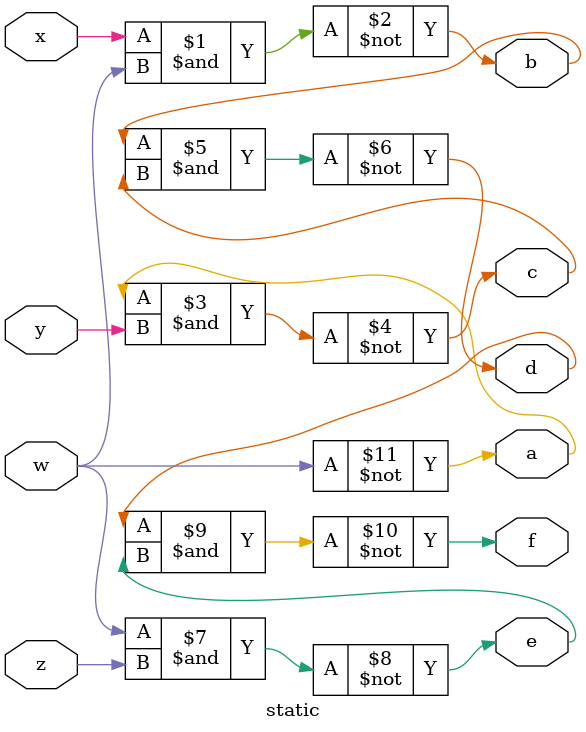
<source format=v>
`timescale 1ns / 1ps


module static(input x, y, w, z, output a, b, c, d ,e, f);

    not #(1) n1(a, w);
    nand #(1) g1(b, x, w);
    nand #(1) g2(c, a, y);
    nand #(1) g3(d, b, c);
    nand #(1) g4(e, w, z);
    nand #(1) g5(f, d, e);
    
endmodule

</source>
